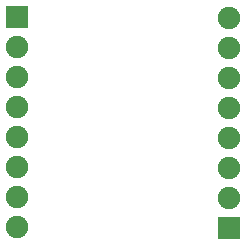
<source format=gbs>
G04 DipTrace 3.1.0.1*
G04 MSP430FR2311Breakout.gbs*
%MOIN*%
G04 #@! TF.FileFunction,Soldermask,Bot*
G04 #@! TF.Part,Single*
%ADD24C,0.074929*%
%ADD26R,0.074929X0.074929*%
%FSLAX26Y26*%
G04*
G70*
G90*
G75*
G01*
G04 BotMask*
%LPD*%
D26*
X487493Y1277631D3*
D24*
Y1177631D3*
Y1077631D3*
Y977631D3*
Y877631D3*
Y777631D3*
Y677631D3*
Y577631D3*
D26*
X1193927Y575231D3*
D24*
Y675231D3*
Y775231D3*
Y875231D3*
Y975231D3*
Y1075231D3*
Y1175231D3*
Y1275231D3*
M02*

</source>
